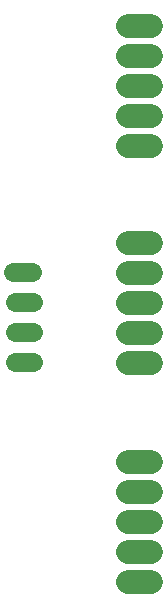
<source format=gbr>
G04 EAGLE Gerber RS-274X export*
G75*
%MOMM*%
%FSLAX34Y34*%
%LPD*%
%INTop Copper*%
%IPPOS*%
%AMOC8*
5,1,8,0,0,1.08239X$1,22.5*%
G01*
G04 Define Apertures*
%ADD10C,1.590000*%
%ADD11C,2.000000*%
D10*
X1079850Y-441433D02*
X1063950Y-441433D01*
X1063950Y-416033D02*
X1079850Y-416033D01*
X1079850Y-390633D02*
X1063950Y-390633D01*
X1062950Y-365233D02*
X1078850Y-365233D01*
D11*
X1159700Y-627700D02*
X1179700Y-627700D01*
X1179700Y-602300D02*
X1159700Y-602300D01*
X1159700Y-576900D02*
X1179700Y-576900D01*
X1179700Y-551500D02*
X1159700Y-551500D01*
X1159700Y-526100D02*
X1179700Y-526100D01*
X1179700Y-442600D02*
X1159700Y-442600D01*
X1159700Y-417200D02*
X1179700Y-417200D01*
X1179700Y-391800D02*
X1159700Y-391800D01*
X1159700Y-366400D02*
X1179700Y-366400D01*
X1179700Y-341000D02*
X1159700Y-341000D01*
X1159700Y-258500D02*
X1179700Y-258500D01*
X1179700Y-233100D02*
X1159700Y-233100D01*
X1159700Y-207700D02*
X1179700Y-207700D01*
X1179700Y-182300D02*
X1159700Y-182300D01*
X1159700Y-156900D02*
X1179700Y-156900D01*
M02*

</source>
